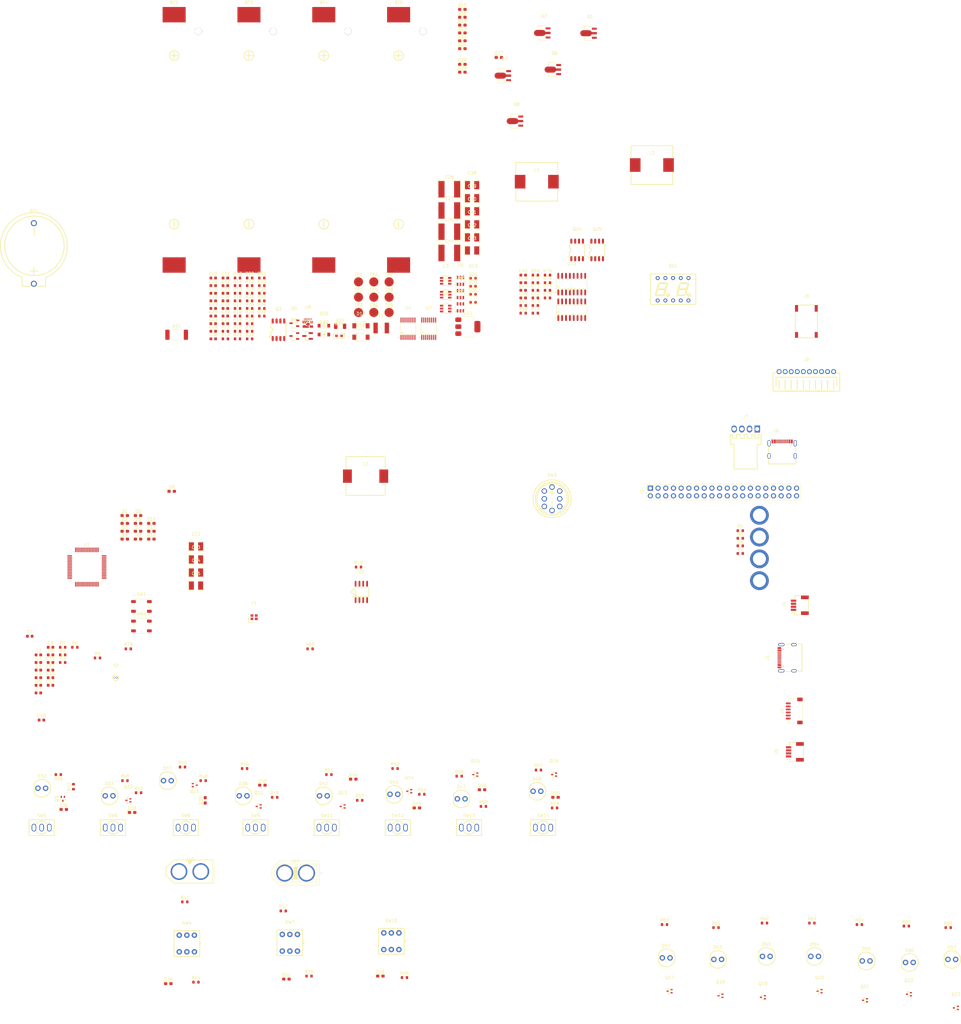
<source format=kicad_pcb>
(kicad_pcb (version 20241229) (generator "pcbnew") (generator_version "9.0")
  (layers (0 "F.Cu" signal) (4 "In1.Cu" power) (6 "In2.Cu" power) (2 "B.Cu" signal) (13 "F.Paste" user) (15 "B.Paste" user) (5 "F.SilkS" user "F.Silkscreen") (7 "B.SilkS" user "B.Silkscreen") (1 "F.Mask" user) (3 "B.Mask" user) (25 "Edge.Cuts" user))
  (net 0 "")
  (net 1 "GND")
  (net 2 "Net-(D5-A1)")
  (net 3 "/Power/VBAT")
  (net 4 "Net-(BT2--)")
  (net 5 "/Power/BAT-")
  (net 6 "Net-(BT4--)")
  (net 7 "Net-(U1-PH1)")
  (net 8 "Net-(U1-PC14)")
  (net 9 "Net-(U1-PH0)")
  (net 10 "Net-(U1-PC15)")
  (net 11 "Net-(U1-VCAP)")
  (net 12 "+3V3")
  (net 13 "+5V")
  (net 14 "/BOOT0")
  (net 15 "NRST")
  (net 16 "Net-(U4-VG)")
  (net 17 "/Power/VBUS")
  (net 18 "Net-(U4-COM1)")
  (net 19 "Net-(U5-VDD)")
  (net 20 "Net-(U6-VDD)")
  (net 21 "Net-(Q6-D)")
  (net 22 "Net-(C24-Pad1)")
  (net 23 "Net-(U4-COM3)")
  (net 24 "Net-(Q6-S)")
  (net 25 "/Power/VPWR")
  (net 26 "Net-(U9-EN)")
  (net 27 "Net-(U10-EN)")
  (net 28 "Net-(U8-BS)")
  (net 29 "Net-(U8-LX)")
  (net 30 "Net-(U8-VCC)")
  (net 31 "+3.3V")
  (net 32 "Net-(D30-K)")
  (net 33 "/USB_D_N")
  (net 34 "Net-(D2-A1)")
  (net 35 "VBUS")
  (net 36 "/SWCLK")
  (net 37 "/SWDIO")
  (net 38 "Net-(D13-A)")
  (net 39 "Net-(D13-K)")
  (net 40 "Net-(D14-A)")
  (net 41 "Net-(D14-K)")
  (net 42 "Net-(D15-A1)")
  (net 43 "Net-(D16-A1)")
  (net 44 "Net-(D17-A)")
  (net 45 "Net-(D17-K)")
  (net 46 "Net-(D19-A1)")
  (net 47 "Net-(D21-A)")
  (net 48 "Net-(D21-K)")
  (net 49 "FAN_PWM")
  (net 50 "Net-(D26-A)")
  (net 51 "Net-(D29-A1)")
  (net 52 "Net-(D30-A)")
  (net 53 "Net-(D31-A)")
  (net 54 "Net-(D32-K)")
  (net 55 "Net-(D32-A)")
  (net 56 "Net-(D33-K)")
  (net 57 "Net-(D33-A)")
  (net 58 "TGL0")
  (net 59 "TGL4")
  (net 60 "CMD_SEND")
  (net 61 "Net-(D37-K)")
  (net 62 "Net-(D37-A)")
  (net 63 "Net-(D38-A)")
  (net 64 "Net-(D38-K)")
  (net 65 "TGL1")
  (net 66 "TGL5")
  (net 67 "LAUNCH")
  (net 68 "Net-(D42-K)")
  (net 69 "Net-(D42-A)")
  (net 70 "Net-(D43-K)")
  (net 71 "Net-(D43-A)")
  (net 72 "TGL2")
  (net 73 "TGL6")
  (net 74 "AUX_BTN")
  (net 75 "Net-(D47-A)")
  (net 76 "Net-(D47-K)")
  (net 77 "Net-(D48-K)")
  (net 78 "Net-(D48-A)")
  (net 79 "TGL3")
  (net 80 "TGL7")
  (net 81 "Net-(D51-A)")
  (net 82 "Net-(D51-K)")
  (net 83 "Net-(D52-K)")
  (net 84 "Net-(D52-A)")
  (net 85 "Net-(D53-A)")
  (net 86 "Net-(D53-K)")
  (net 87 "Net-(D54-K)")
  (net 88 "Net-(D54-A)")
  (net 89 "Net-(D55-A)")
  (net 90 "Net-(D55-K)")
  (net 91 "Net-(D56-A)")
  (net 92 "Net-(D56-K)")
  (net 93 "Net-(D57-K)")
  (net 94 "Net-(D57-A)")
  (net 95 "Net-(DS1-B)")
  (net 96 "Net-(DS1-G)")
  (net 97 "Net-(DS1-DIG2)")
  (net 98 "Net-(DS1-F)")
  (net 99 "Net-(DS1-DIG1)")
  (net 100 "Net-(DS1-D)")
  (net 101 "Net-(DS1-C)")
  (net 102 "Net-(DS1-DP)")
  (net 103 "Net-(DS1-A)")
  (net 104 "Net-(DS1-E)")
  (net 105 "Net-(H1-Pad1)")
  (net 106 "Net-(H2-Pad1)")
  (net 107 "Net-(H3-Pad1)")
  (net 108 "Net-(H4-Pad1)")
  (net 109 "Net-(J1-CC2)")
  (net 112 "Net-(J1-CC1)")
  (net 113 "Net-(J2-Pin_1)")
  (net 144 "/CANH")
  (net 145 "/CANL")
  (net 146 "Net-(J4-Pad1)")
  (net 147 "Net-(J5-Pad1)")
  (net 156 "Net-(J8-Pad5)")
  (net 157 "Net-(U12-FB)")
  (net 158 "CMD_ARMD")
  (net 159 "LAUNCH_ARMD")
  (net 160 "Net-(U4-CSP)")
  (net 161 "Net-(Q1-D)")
  (net 162 "Net-(Q1-G)")
  (net 163 "Net-(Q2-G)")
  (net 164 "Net-(Q3-G)")
  (net 165 "Net-(Q4-D)")
  (net 166 "Net-(Q4-G)")
  (net 167 "Net-(Q5-G)")
  (net 168 "Net-(Q5-D)")
  (net 169 "Net-(Q7-G)")
  (net 170 "Net-(Q8-G)")
  (net 171 "TGL0_LED")
  (net 172 "TGL4_LED")
  (net 173 "TGL1_LED")
  (net 174 "TGL5_LED")
  (net 175 "TGL2_LED")
  (net 176 "TGL6_LED")
  (net 177 "TGL3_LED")
  (net 178 "TGL7_LED")
  (net 179 "LAUNCH_ARMD_LED")
  (net 180 "CON_STS_LPD")
  (net 181 "CMD_ARMD_LED")
  (net 182 "LAUNCHED_LED")
  (net 183 "FAULT_LED")
  (net 184 "AUX_LED")
  (net 185 "CON_STS_RKT")
  (net 186 "Net-(Q24-S-Pad1)")
  (net 187 "Net-(Q24-G)")
  (net 188 "Net-(Q25-S-Pad1)")
  (net 189 "Net-(Q25-G)")
  (net 190 "Net-(R13-Pad2)")
  (net 191 "Net-(R13-Pad1)")
  (net 192 "Net-(U4-TEMP)")
  (net 193 "Net-(U4-EOC)")
  (net 194 "Net-(U3-VDD)")
  (net 195 "Net-(U3-VC)")
  (net 196 "Net-(U4-COM2)")
  (net 197 "Net-(U7-SEL)")
  (net 198 "Net-(U8-EN)")
  (net 199 "Net-(U8-ILMT)")
  (net 200 "Net-(SW3-+)")
  (net 201 "Net-(U8-FB)")
  (net 202 "7SEG_DIG2")
  (net 203 "7SEG_DIG1")
  (net 204 "Net-(U13-QA)")
  (net 205 "Net-(U13-QB)")
  (net 206 "Net-(U13-QC)")
  (net 207 "Net-(U13-QD)")
  (net 208 "Net-(U13-QE)")
  (net 209 "Net-(U13-QF)")
  (net 210 "Net-(U13-QG)")
  (net 211 "Net-(U13-QH)")
  (net 213 "Net-(SW3--)")
  (net 223 "/USB_D_P")
  (net 226 "/CAN_TX")
  (net 230 "/CAN_RX")
  (net 232 "7SEG_DA")
  (net 233 "7SEG_STCLK")
  (net 234 "7SEG_SHCLK")
  (net 254 "Net-(U13-SER)")
  (footprint "Capacitor_SMD:C_0603_1608Metric" (layer "F.Cu") (at 184.525 4.66)
    (property "Reference" "C46")
    (property "Value" "2u2")
  )
  (footprint "Capacitor_SMD:C_0603_1608Metric" (layer "F.Cu") (at 86.215 5.615)
    (property "Reference" "C32")
    (property "Value" "100n")
  )
  (footprint "EasyEDA:CRYSTAL-SMD_4P-L2.0-W1.6-BL_HUAXIN_CN4" (layer "F.Cu") (at 95.7 115.05)
    (property "Reference" "Y1")
    (property "Value" "48MHz")
  )
  (footprint "EasyEDA:SMTSO25" (layer "F.Cu") (at 262.5 81.4)
    (property "Reference" "H1")
    (property "Value" "M2.5 12mm")
  )
  (footprint "EasyEDA:LED-TH_BD5.9-P2.54-RD_GREEN" (layer "F.Cu") (at 25.605 171.5)
    (property "Reference" "D32")
    (property "Value" "Green")
  )
  (footprint "Resistor_SMD:R_0603_1608Metric" (layer "F.Cu") (at 92.565 165)
    (property "Reference" "R46")
    (property "Value" "120")
  )
  (footprint "EasyEDA:SOT-416_L1.6-W0.8-P1.00-LS1.6-BR" (layer "F.Cu") (at 311.85 239.49)
    (property "Reference" "Q22")
    (property "Value" "NPN")
  )
  (footprint "Capacitor_SMD:C_0603_1608Metric" (layer "F.Cu") (at 24.49 135.02)
    (property "Reference" "C5")
    (property "Value" "4u7")
  )
  (footprint "Capacitor_SMD:C_0603_1608Metric" (layer "F.Cu") (at 86.215 10.635)
    (property "Reference" "C34")
    (property "Value" "100n")
  )
  (footprint "Resistor_SMD:R_0603_1608Metric" (layer "F.Cu") (at 36.065 171 90)
    (property "Reference" "R42")
    (property "Value" "10k")
  )
  (footprint "Diode_SMD:D_0603_1608Metric_Pad1.05x0.95mm_HandSolder" (layer "F.Cu") (at 195.19 174.5)
    (property "Reference" "D50")
    (property "Value" "0603ESDA-05N")
  )
  (footprint "Resistor_SMD:R_0603_1608Metric" (layer "F.Cu") (at 86.215 20.675)
    (property "Reference" "R11")
    (property "Value" "2k2")
  )
  (footprint "Capacitor_SMD:C_0603_1608Metric" (layer "F.Cu") (at 24.49 132.51)
    (property "Reference" "C4")
    (property "Value" "25p")
  )
  (footprint "Diode_SMD:D_0603_1608Metric_Pad1.05x0.95mm_HandSolder" (layer "F.Cu") (at 164.45 -80.375)
    (property "Reference" "D19")
    (property "Value" "0603ESDA-05N")
  )
  (footprint "Resistor_SMD:R_0603_1608Metric" (layer "F.Cu") (at 90.225 13.145)
    (property "Reference" "R17")
    (property "Value" "0")
  )
  (footprint "Diode_SMD:D_0603_1608Metric_Pad1.05x0.95mm_HandSolder" (layer "F.Cu") (at 149.44 178)
    (property "Reference" "D45")
    (property "Value" "0603ESDA-05N")
  )
  (footprint "EasyEDA:C2220" (layer "F.Cu") (at 160.135 -5.165)
    (property "Reference" "C44")
    (property "Value" "22u")
  )
  (footprint "Resistor_SMD:R_0603_1608Metric" (layer "F.Cu") (at 94.235 20.675)
    (property "Reference" "R30")
    (property "Value" "10k")
  )
  (footprint "Diode_SMD:D_0603_1608Metric_Pad1.05x0.95mm_HandSolder" (layer "F.Cu") (at 61.79 86.68)
    (property "Reference" "D11")
    (property "Value" "0603ESDA-05N")
  )
  (footprint "Capacitor_SMD:C_0603_1608Metric" (layer "F.Cu") (at 28.5 132.51)
    (property "Reference" "C11")
    (property "Value" "100n")
  )
  (footprint "Resistor_SMD:R_0603_1608Metric" (layer "F.Cu") (at 32.51 124.98)
    (property "Reference" "R1")
    (property "Value" "5k1")
  )
  (footprint "EasyEDA:SOT-416_L1.6-W0.8-P1.00-LS1.6-BR" (layer "F.Cu") (at 76.105 170.5 180)
    (property "Reference" "Q11")
    (property "Value" "NPN")
  )
  (footprint "EasyEDA:LED-TH_BD5.9-P2.54-RD_GREEN" (layer "F.Cu") (at 118.565 174)
    (property "Reference" "D42")
    (property "Value" "Green")
  )
  (footprint "Diode_SMD:D_0603_1608Metric_Pad1.05x0.95mm_HandSolder" (layer "F.Cu") (at 164.45 -85.555)
    (property "Reference" "D15")
    (property "Value" "0603ESDA-05N")
  )
  (footprint "Resistor_SMD:R_0603_1608Metric" (layer "F.Cu") (at 102.5 174.5)
    (property "Reference" "R49")
    (property "Value" "10k")
  )
  (footprint "EasyEDA:C2220" (layer "F.Cu") (at 160.135 -26.195)
    (property "Reference" "C26")
    (property "Value" "22u")
  )
  (footprint "Resistor_SMD:R_0603_1608Metric" (layer "F.Cu") (at 98.245 8.125)
    (property "Reference" "R34")
    (property "Value" "100k")
  )
  (footprint "EasyEDA:SOT-416_L1.6-W0.8-P1.00-LS1.6-BR" (layer "F.Cu") (at 97.215 177.5)
    (property "Reference" "Q12")
    (property "Value" "NPN")
  )
  (footprint "TestPoint:TestPoint_Pad_D3.0mm" (layer "F.Cu") (at 135.215 14.475)
    (property "Reference" "TP6")
    (property "Value" "TestPoint")
  )
  (footprint "EasyEDA:SOD-123FL_L2.8-W1.8-LS3.8-RD" (layer "F.Cu") (at 118.735 21.75)
    (property "Reference" "D30")
    (property "Value" "PSBD1DF40V2L")
  )
  (footprint "TestPoint:TestPoint_Pad_D3.0mm" (layer "F.Cu") (at 130.165 4.375)
    (property "Reference" "TP1")
    (property "Value" "TestPoint")
  )
  (footprint "EasyEDA:SW-TH_K6-6136D-L1-04" (layer "F.Cu") (at 194.04 75.96)
    (property "Reference" "SW3")
    (property "Value" "K6-6136D-L1-04")
  )
  (footprint "EasyEDA:SW-TH_3P-L8.3-W5.2-P2.54_ST-0-102-A01-T000" (layer "F.Cu") (at 49.105 184.5)
    (property "Reference" "SW6")
    (property "Value" "ST-0-102-A01-T000-LF+PJ")
  )
  (footprint "EasyEDA:SOT-23-6_L2.9-W1.6-P0.95-LS2.8-BL" (layer "F.Cu") (at 163.81 12.775)
    (property "Reference" "U12")
    (property "Value" "RY3730")
  )
  (footprint "Capacitor_SMD:C_0603_1608Metric" (layer "F.Cu") (at 24.49 137.53)
    (property "Reference" "C6")
    (property "Value" "100n")
  )
  (footprint "Resistor_SMD:R_0603_1608Metric" (layer "F.Cu") (at 130.175 98.5)
    (property "Reference" "R10")
    (property "Value" "120")
  )
  (footprint "EasyEDA:SOT-416_L1.6-W0.8-P1.00-LS1.6-BR" (layer "F.Cu") (at 232.85 238.49)
    (property "Reference" "Q17")
    (property "Value" "NPN")
  )
  (footprint "Resistor_SMD:R_0603_1608Metric" (layer "F.Cu") (at 90.225 23.185)
    (property "Reference" "R21")
    (property "Value" "390")
  )
  (footprint "Connector_JST:JST_SH_SM06B-SRSS-TB_1x06-1MP_P1.00mm_Horizontal" (layer "F.Cu") (at 274 146 90)
    (property "Reference" "J2")
    (property "Value" "JST SR")
  )
  (footprint "Capacitor_SMD:C_0603_1608Metric" (layer "F.Cu") (at 86.215 18.165)
    (property "Reference" "C37")
    (property "Value" "2u2")
  )
  (footprint "EasyEDA:SOT-89-3_L4.5-W2.5-P1.50-LS4.2-BR" (layer "F.Cu") (at 206.64 -77.69)
    (property "Reference" "Q1")
    (property "Value" "TM10N06SI")
  )
  (footprint "Resistor_SMD:R_0603_1608Metric" (layer "F.Cu") (at 98.245 3.105)
    (property "Reference" "R32")
    (property "Value" "100k")
  )
  (footprint "EasyEDA:C2220" (layer "F.Cu") (at 160.135 -12.175)
    (property "Reference" "C28")
    (property "Value" "22u")
  )
  (footprint "Diode_SMD:D_0603_1608Metric_Pad1.05x0.95mm_HandSolder" (layer "F.Cu") (at 164.45 -64.835)
    (property "Reference" "D29")
    (property "Value" "0603ESDA-05N")
  )
  (footprint "EasyEDA:C1210" (layer "F.Cu") (at 167.655 -18.925)
    (property "Reference" "C40")
    (property "Value" "22u")
  )
  (footprint "EasyEDA:C1210" (layer "F.Cu") (at 76.52 100.31)
    (property "Reference" "C14")
    (property "Value" "22u")
  )
  (footprint "EasyEDA:SOT-23-3_L3.0-W1.7-P0.95-LS2.9-BR" (layer "F.Cu") (at 108.98 22.245)
    (property "Reference" "Q5")
    (property "Value" "L2N7002SLLT1G")
  )
  (footprint "Resistor_SMD:R_0603_1608Metric" (layer "F.Cu") (at 94.235 13.145)
    (property "Reference" "R26")
    (property "Value" "10k")
  )
  (footprint "EasyEDA:C1210" (layer "F.Cu") (at 167.655 -10.305)
    (property "Reference" "C42")
    (property "Value" "22u")
  )
  (footprint "Button_Switch_SMD:SW_SPST_PTS647_Sx38" (layer "F.Cu") (at 58.5 111.5)
    (property "Reference" "SW1")
    (property "Value" "SW_SPST")
  )
  (footprint "Resistor_SMD:R_0603_1608Metric" (layer "F.Cu") (at 53.065 169)
    (property "Reference" "R40")
    (property "Value" "120")
  )
  (footprint "Resistor_SMD:R_0603_1608Metric" (layer "F.Cu") (at 324.825 217.5)
    (property "Reference" "R66")
    (property "Value" "120")
  )
  (footprint "Resistor_SMD:R_0603_1608Metric" (layer "F.Cu") (at 105.325 212)
    (property "Reference" "R47")
    (property "Value" "10k")
  )
  (footprint "EasyEDA:SW-TH_3P-L8.3-W5.2-P2.54_ST-0-102-A01-T000" (layer "F.Cu") (at 96.145 184.5)
    (property "Reference" "SW9")
    (property "Value" "ST-0-102-A01-T000-LF+PJ")
  )
  (footprint "Resistor_SMD:R_0603_1608Metric" (layer "F.Cu") (at 114.175 125.5)
    (property "Reference" "R80")
    (property "Value" "0")
  )
  (footprint "EasyEDA:SOT-416_L1.6-W0.8-P1.00-LS1.6-BR" (layer "F.Cu") (at 249.65 240)
    (property "Reference" "Q18")
    (property "Value" "NPN")
  )
  (footprint "EasyEDA:IND-SMD_L13.5-W12.8" (layer "F.Cu") (at 132.5 68.5)
    (property "Reference" "L2")
    (property "Value" "2u2")
  )
  (footprint "EasyEDA:SOT-23-6_L2.9-W1.6-P0.95-LS2.8-BR" (layer "F.Cu") (at 158.94 13.185)
    (property "Reference" "U6")
    (property "Value" "HY2213-BB3A")
  )
  (footprint "EasyEDA:SOT-23-6_L2.9-W1.6-P0.95-LS2.8-BL" (layer "F.Cu") (at 163.81 4.035)
    (property "Reference" "U9")
    (property "Value" "LM74700QDBVRQ1")
  )
  (footprint "Capacitor_SMD:C_0603_1608Metric" (layer "F.Cu") (at 24.49 140.04)
    (property "Reference" "C7")
    (property "Value" "100n")
  )
  (footprint "Resistor_SMD:R_0603_1608Metric" (layer "F.Cu") (at 76.5 235.5)
    (property "Reference" "R44")
    (property "Value" "10k")
  )
  (footprint "Button_Switch_SMD:SW_SPST_PTS647_Sx38" (layer "F.Cu") (at 58.5 117.95)
    (property "Reference" "SW2")
    (property "Value" "SW_SPST")
  )
  (footprint "Resistor_SMD:R_0603_1608Metric" (layer "F.Cu") (at 256.175 94.02)
    (property "Reference" "R7")
    (property "Value" "10k")
  )
  (footprint "EasyEDA:SOT-416_L1.6-W0.8-P1.00-LS1.6-BR" (layer "F.Cu") (at 32.565 175 90)
    (property "Reference" "Q9")
    (property "Value" "NPN")
  )
  (footprint "Package_TO_SOT_SMD:SOT-223-3_TabPin2" (layer "F.Cu") (at 166.265 19.16)
    (property "Reference" "U11")
    (property "Value" "AMS1117-3.3")
  )
  (footprint "Resistor_SMD:R_0603_1608Metric" (layer "F.Cu") (at 192.545 4.66)
    (property "Reference" "R76")
    (property "Value" "560")
  )
  (footprint "EasyEDA:SOIC-16_L9.9-W3.9-P1.27-LS6.0-BL" (layer "F.Cu") (at 200.56 13.57)
    (property "Reference" "U14")
    (property "Value" "74HC595")
  )
  (footprint "EasyEDA:SOT-23-3_L3.0-W1.7-P0.95-LS2.9-BR" (layer "F.Cu") (at 108.98 18.035)
    (property "Reference" "Q4")
    (property "Value" "L2N7002SLLT1G")
  )
  (footprint "EasyEDA:SOT-416_L1.6-W0.8-P1.00-LS1.6-BR" (layer "F.Cu") (at 54.215 175.5)
    (property "Reference" "Q10")
    (property "Value" "NPN")
  )
  (footprint "EasyEDA:SOD-128_L3.7-W2.5-LS4.7-RD" (layer "F.Cu") (at 130.965 18.875)
    (property "Reference" "D17")
    (property "Value" "PMEG3050EP")
  )
  (footprint "EasyEDA:SOIC-16_L9.9-W3.9-P1.27-LS6.0-BL" (layer "F.Cu") (at 200.56 5.12)
    (property "Reference" "U13")
    (property "Value" "74HC595")
  )
  (footprint "EasyEDA:SOT-416_L1.6-W0.8-P1.00-LS1.6-BR" (layer "F.Cu") (at 194.715 167)
    (property "Reference" "Q16")
    (property "Value" "NPN")
  )
  (footprint "Resistor_SMD:R_0603_1608Metric" (layer "F.Cu") (at 94.235 8.125)
    (property "Reference" "R24")
    (property "Value" "100")
  )
  (footprint "Capacitor_SMD:C_0603_1608Metric" (layer "F.Cu") (at 21.64 121.33)
    (property "Reference" "C1")
    (property "Value" "18p")
  )
  (footprint "Capacitor_SMD:C_0603_1608Metric" (layer "F.Cu") (at 184.525 9.68)
    (property "Reference" "C48")
    (property "Value" "2u2")
  )
  (footprint "EasyEDA:SW-TH_3P-L8.3-W5.2-P2.54_ST-0-102-A01-T000" (layer "F.Cu") (at 73.145 184.5)
    (property "Reference" "SW8")
    (property "Value" "ST-0-102-A01-T000-LF+PJ")
  )
  (footprint "EasyEDA:C1210" (layer "F.Cu") (at 76.52 96)
    (property "Reference" "C13")
    (property "Value" "22u")
  )
  (footprint "Resistor_SMD:R_0603_1608Metric" (layer "F.Cu") (at 90.225 15.655)
    (property "Reference" "R18")
    (property "Value" "1M")
  )
  (footprint "EasyEDA:SOT-89-3_L4.5-W2.5-P1.50-LS4.2-BR" (layer "F.Cu") (at 182.36 -48.69)
    (property "Reference" "Q8")
    (property "Value" "TM10N06SI")
  )
  (footprint "EasyEDA:SOT-416_L1.6-W0.8-P1.00-LS1.6-BR" (layer "F.Cu") (at 124.915 177.51)
    (property "Reference" "Q13")
    (property "Value" "NPN")
  )
  (footprint "EasyEDA:LED-SEG-TH_10P-L15.0-W10.0-P2.54-S7.40-BL" (layer "F.Cu") (at 234 6.81)
    (property "Reference" "DS1")
    (property "Value" "SN430281N")
  )
  (footprint "Resistor_SMD:R_0603_1608Metric" (layer "F.Cu") (at 94.235 23.185)
    (property "Reference" "R31")
    (property "Value" "560")
  )
  (footprint "EasyEDA:SOT-89-3_L4.5-W2.5-P1.50-LS4.2-BR" (layer "F.Cu") (at 191.36 -77.785)
    (property "Reference" "Q2")
    (property "Value" "TM10N06SI")
  )
  (footprint "TestPoint:TestPoint_Pad_D3.0mm" (layer "F.Cu") (at 135.215 4.375)
    (property "Reference" "TP4")
    (property "Value" "TestPoint")
  )
  (footprint "Resistor_SMD:R_0603_1608Metric" (layer "F.Cu") (at 36.52 124.98)
    (property "Reference" "R8")
    (property "Value" "10k")
  )
  (footprint "Diode_SMD:D_0603_1608Metric_Pad1.05x0.95mm_HandSolder" (layer "F.Cu") (at 67.375 236)
    (property "Reference" "D36")
    (property "Value" "0603ESDA-05N")
  )
  (footprint "Resistor_SMD:R_0603_1608Metric" (layer "F.Cu") (at 192.545 2.15)
    (property "Reference" "R75")
    (property "Value" "560")
  )
  (footprint "Resistor_SMD:R_0603_1608Metric" (layer "F.Cu") (at 188.535 4.66)
    (property "Reference" "R70")
    (property "Value" "560")
  )
  (footprint "Diode_SMD:D_0603_1608Metric_Pad1.05x0.95mm_HandSolder" (layer "F.Cu") (at 32.875 178.5)
    (property "Reference" "D34")
    (property "Value" "0603ESDA-05N")
  )
  (footprint "EasyEDA:LED-TH_BD5.9-P2.54-RD_GREEN" (layer "F.Cu") (at 264.77 227)
    (property "Reference" "D53")
    (property "Value" "Yellow")
  )
  (footprint "EasyEDA:SOT-416_L1.6-W0.8-P1.00-LS1.6-BR" (layer "F.Cu") (at 146.915 172.49)
    (property "Reference" "Q14")
    (property "Value" "NPN")
  )
  (footprint "Resistor_SMD:R_0603_1608Metric" (layer "F.Cu") (at 90.225 10.635)
    (property "Reference" "R16")
    (property "Value" "560")
  )
  (footprint "EasyEDA:LED-TH_BD5.9-P2.54-RD_GREEN" (layer "F.Cu") (at 231.73 227.5)
    (property "Reference" "D51")
    (property "Value" "Yellow")
  )
  (footprint "Capacitor_SMD:C_0603_1608Metric" (layer "F.Cu") (at 25.5 149)
    (property "Reference" "C18")
    (property "Value" "100p")
  )
  (footprint "Diode_SMD:D_0603_1608Metric_Pad1.05x0.95mm_HandSolder" (layer "F.Cu") (at 57.395 86.68)
    (property "Reference" "D7")
    (property "Value" "0603ESDA-05N")
  )
  (footprint "Diode_SMD:D_0603_1608Metric_Pad1.05x0.95mm_HandSolder" (layer "F.Cu") (at 164.45 -72.605)
    (property "Reference" "D24")
    (property "Value" "0603ESDA-05N")
  )
  (footprint "EasyEDA:SOIC-8_L5.0-W4.0-P1.27-LS6.0-BL" (layer "F.Cu") (at 131.1 106.71)
    (property "Reference" "U2")
    (property "Value" "SN65HVD232DR")
  )
  (footprint "EasyEDA:SW-TH_6P-L8.5-W8.5-P2.54-LS5.5" (layer "F.Cu") (at 73.5 222.75)
    (property "Reference" "SW4")
    (property "Value" "PB22E09071")
  )
  (footprint "EasyEDA:SOT-23-6_L2.9-W1.6-P0.95-LS2.8-BR" (layer "F.Cu") (at 158.94 4.025)
    (property "Reference" "U3")
    (property "Value" "FM7021DB")
  )
  (footprint "Resistor_SMD:R_0603_1608Metric" (layer "F.Cu") (at 145.325 234)
    (property "Reference" "R55")
    (property "Value" "10k")
  )
  (footprint "Resistor_SMD:R_0603_1608Metric" (layer "F.Cu") (at 295.5 216.5)
    (property "Reference" "R64")
    (property "Value" "220")
  )
  (footprint "EasyEDA:SOT-23-6_L2.9-W1.6-P0.95-LS2.8-BL" (layer "F.Cu") (at 163.81 8.405)
    (property "Reference" "U10")
    (property "Value" "LM74700QDBVRQ1")
  )
  (footprint "EasyEDA:LED0603-RD_RED" (layer "F.Cu") (at 167.985 5.835)
    (property "Reference" "D21")
    (property "Value" "Red")
  )
  (footprint "Capacitor_SMD:C_0603_1608Metric" (layer "F.Cu") (at 86.215 15.655)
    (property "Reference" "C36")
    (property "Value" "100n")
  )
  (footprint "Resistor_SMD:R_0603_1608Metric" (layer "F.Cu") (at 231.175 216.5)
    (property "Reference" "R60")
    (property "Value" "220")
  )
  (footprint "EasyEDA:SOT-416_L1.6-W0.8-P1.00-LS1.6-BR" (layer "F.Cu") (at 327.35 244.01)
    (property "Reference" "Q23")
    (property "Value" "NPN")
  )
  (footprint "Capacitor_SMD:C_0603_1608Metric" (layer "F.Cu") (at 184.525 7.17)
    (property "Reference" "C47")
    (property "Value" "100n")
  )
  (footprint "Diode_SMD:D_0603_1608Metric_Pad1.05x0.95mm_HandSolder" (layer "F.Cu") (at 176.5 -69.69)
    (property "Reference" "D27")
    (property "Value" "0603ESDA-05N")
  )
  (footprint "EasyEDA:TSSOP-16_L5.0-W4.4-P0.65-LS6.4-BL" (layer "F.Cu") (at 146.49 19.835)
    (property "Reference" "U4")
    (property "Value" "CN3702")
  )
  (footprint "Capacitor_SMD:C_0603_1608Metric" (layer "F.Cu") (at 28.5 130)
    (property "Reference" "C10")
    (property "Value" "100n")
  )
  (footprint "Resistor_SMD:R_0603_1608Metric" (layer "F.Cu") (at 188.535 7.17)
    (property "Reference" "R71")
    (property "Value" "560")
  )
  (footprint "Diode_SMD:D_0603_1608Metric_Pad1.05x0.95mm_HandSolder" (layer "F.Cu") (at 106.375 234.5)
    (property "Reference" "D41")
    (property "Value" "0603ESDA-05N")
  )
  (footprint "EasyEDA:LED-TH_BD5.9-P2.54-RD_GREEN" (layer "F.Cu") (at 67.065 169)
    (property "Reference" "D37")
    (property "Value" "Green")
  )
  (footprint "Diode_SMD:D_0603_1608Metric_Pad1.05x0.95mm_HandSolder" (layer "F.Cu") (at 53 86.68)
    (property "Reference" "D3")
    (property "Value" "0603ESDA-05N")
  )
  (footprint "EasyEDA:USB-C-SMD_G-SWITCH_GT-USB-7010ASV" (layer "F.Cu") (at 271.5 128.4325 90)
    (property "Reference" "J1")
    (property "Value" "GT-USB-7010ASV")
  )
  (footprint "Capacitor_SMD:C_0603_1608Metric" (layer "F.Cu") (at 184.525 2.15)
    (property "Reference" "C45")
    (property "Value" "100n")
  )
  (footprint "Resistor_SMD:R_0603_1608Metric" (layer "F.Cu") (at 94.235 3.105)
    (property "Reference" "R22")
    (property "Value" "390")
  )
  (footprint "Diode_SMD:D_0603_1608Metric_Pad1.05x0.95mm_HandSolder" (layer "F.Cu") (at 53 84.09)
    (property "Reference" "D2")
    (property "Value" "0603ESDA-05N")
  )
  (footprint "Diode_SMD:D_0603_1608Metric_Pad1.05x0.95mm_HandSolder" (layer "F.Cu") (at 98.44 170.5)
    (property "Reference" "D40")
    (property "Value" "0603ESDA-05N")
  )
  (footprint "EasyEDA:SMTSO25" (layer "F.Cu") (at 262.5 95.8)
    (property "Reference" "H3")
    (property "Value" "M2.5 12mm")
  )
  (footprint "EasyEDA:SW-TH_3P-L8.3-W5.2-P2.54_ST-0-102-A01-T000" (layer "F.Cu") (at 119.645 184.5)
    (property "Reference" "SW11")
    (property "Value" "ST-0-102-A01-T000-LF+PJ")
  )
  (footprint "EasyEDA:SOT-89-3_L4.5-W2.5-P1.50-LS4.2-BR" (layer "F.Cu") (at 194.86 -65.69)
    (property "Reference" "Q6")
    (property "Value" "TM10N06SI")
  )
  (footprint "EasyEDA:CONN-SMD_AFC10-S04QCA-00" (layer "F.Cu") (at 274 159.5 90)
    (property "Reference" "J5")
    (property "Value" "JST SH")
  )
  (footprint "EasyEDA:C1210" (layer "F.Cu") (at 167.655 -5.995)
    (property "Reference" "C43")
    (property "Value" "22u")
  )
  (footprint "Capacitor_SMD:C_0603_1608Metric" (layer "F.Cu") (at 82.205 10.635)
    (property "Reference" "C22")
    (property "Value" "100n")
  )
  (footprint "EasyEDA:LED-TH_BD5.9-P2.54-RD_GREEN" (layer "F.Cu") (at 189.065 172.5)
    (property "Reference" "D48")
    (property "Value" "Green")
  )
  (footprint "EasyEDA:C1210" (layer "F.Cu") (at 76.52 104.62)
    (property "Reference" "C15")
    (property "Value" "22u")
  )
  (footprint "EasyEDA:BATTERY-SMD_18650-1S-L77.1-W20.7-1" (layer "F.Cu") (at 143.4 -42.5)
    (property "Reference" "BT5")
    (property "Value" "BH-18650-B1BA002")
  )
  (footprint "Resistor_SMD:R_0603_1608Metric" (layer "F.Cu") (at 188.535 2.15)
    (property "Reference" "R69")
    (property "Value" "560")
  )
  (footprint "Capacitor_SMD:C_0603_1608Metric" (layer "F.Cu") (at 86.215 8.125)
    (property "Reference" "C33")
    (property "Value" "100n")
  )
  (footprint "EasyEDA:BATTERY-SMD_18650-1S-L77.1-W20.7-1" (layer "F.Cu") (at 118.7 -42.5)
    (property "Reference" "BT4")
    (property "Value" "BH-18650-B1BA002")
  )
  (footprint "Capacitor_SMD:C_0603_1608Metric" (layer "F.Cu") (at 82.205 8.125)
    (property "Reference" "C21")
    (property "Value" "100n")
  )
  (footprint "EasyEDA:CONN-TH_PHD2-4P-2.54" (layer "F.Cu") (at 257.9675 52.9325)
    (property "Reference" "J7")
    (property "Value" "A2543WR-4P-2")
  )
  (footprint "Package_QFP:LQFP-64_10x10mm_P0.5mm" (layer "F.Cu") (at 40.5 98.5)
    (property "Reference" "U1")
    (property "Value" "STM32U575RGTx")
  )
  (footprint "EasyEDA:CONN-TH_XT60PB-F.G.Y" (layer "F.Cu") (at 109.4 199.5)
    (property "Reference" "J11")
    (property "Value" "XT60PB-F.G.Y")
  )
  (footprint "Resistor_SMD:R_0603_1608Metric" (layer "F.Cu") (at 31.065 167 180)
    (property "Reference" "R39")
    (property "Value" "120")
  )
  (footprint "EasyEDA:C1210" (layer "F.Cu") (at 76.52 91.69)
    (property "Reference" "C12")
    (property "Value" "22u")
  )
  (footprint "EasyEDA:SOP-8_L5.0-W4.0-P1.27-LS6.2-BL" (layer "F.Cu") (at 208.935002 -6.165)
    (property "Reference" "Q25")
    (property "Value" "AO4459")
  )
  (footprint "Capacitor_SMD:C_0603_1608Metric" (layer "F.Cu") (at 86.215 13.145)
    (property "Reference" "C35")
    (property "Value" "100n")
  )
  (footprint "TestPoint:TestPoint_Pad_D3.0mm" (layer "F.Cu") (at 140.265 4.375)
    (property "Reference" "TP7")
    (property "Value" "TestPoint")
  )
  (footprint "EasyEDA:IND-SMD_FCH1350-220M" (layer "F.Cu") (at 189 -28.69)
    (property "Reference" "L1")
    (property "Value" "22u")
  )
  (footprint "Resistor_SMD:R_0603_1608Metric" (layer "F.Cu") (at 192.545 7.17)
    (property "Reference" "R77")
    (property "Value" "560")
  )
  (footprint "EasyEDA:SW-TH_3P-L8.3-W5.2-P2.54_ST-0-102-A01-T000" (layer "F.Cu") (at 191.065 184.5)
    (property "Reference" "SW14")
    (property "Value" "ST-0-102-A01-T000-LF+PJ")
  )
  (footprint "Capacitor_SMD:C_0603_1608Metric" (layer "F.Cu") (at 82.205 18.165)
    (property "Reference" "C25")
    (property "Value" "100n")
  )
  (footprint "EasyEDA:BATTERY-SMD_18650-1S-L77.1-W20.7-1" (layer "F.Cu") (at 94 -42.5)
    (property "Reference" "BT3")
    (property "Value" "BH-18650-B1BA002")
  )
  (footprint "Resistor_SMD:R_0603_1608Metric" (layer "F.Cu") (at 90.225 3.105)
    (property "Reference" "R13")
    (property "Value" "390")
  )
  (footprint "Resistor_SMD:R_0603_1608Metric" (layer "F.Cu") (at 32.51 130)
    (property "Reference" "R3")
    (property "Value" "120")
  )
  (footprint "Diode_SMD:D_0603_1608Metric_Pad1.05x0.95mm_HandSolder" (layer "F.Cu") (at 53 81.5)
    (property "Reference" "D1")
    (property "Value" "0603ESDA-05N")
  )
  (footprint "EasyEDA:LED-TH_BD5.9-P2.54-RD_GREEN" (layer "F.Cu") (at 326 228)
    (property "Reference" "D57")
    (property "Value" "Green")
  )
  (footprint "Resistor_SMD:R_0603_1608Metric" (layer "F.Cu") (at 184.525 12.19)
    (property "Reference" "R67")
    (property "Value" "100k")
  )
  (footprint "Capacitor_SMD:C_0603_1608Metric" (layer "F.Cu") (at 28.5 124.98)
    (property "Reference" "C8")
    (property "Value" "100n")
  )
  (footprint "Resistor_SMD:R_0603_1608Metric" (layer "F.Cu") (at 32.51 127.49)
    (property "Reference" "R2")
    (property "Value" "5k1")
  )
  (footprint "Diode_SMD:D_0603_1608Metric_Pad1.05x0.95mm_HandSolder" (layer "F.Cu") (at 137.375 233.5)
    (property "Reference" "D46")
    (property "Value" "0603ESDA-05N")
  )
  (footprint "Resistor_SMD:R_0603_1608Metric" (layer "F.Cu") (at 78.89 169)
    (property "Reference" "R48")
    (property "Value" "10k")
  )
  (footprint "EasyEDA:LED-TH_BD5.9-P2.54-RD_GREEN" (layer "F.Cu") (at 297.73 228.5)
    (property "Reference" "D55")
    (property "Value" "Red")
  )
  (footprint "EasyEDA:TO-236AB_L2.9-W1.3-P0.95-LS2.3-BR" (layer "F.Cu") (at 113.35 22.225)
    (property "Reference" "D20")
    (property "Value" "PESD2IVN24-TR")
  )
  (footprint "EasyEDA:LED-TH_BD5.9-P2.54-RD_GREEN" (layer "F.Cu") (at 47.835 174)
    (property "Reference" "D33")
    (property "Value" "Green")
  )
  (footprint "EasyEDA:SW-TH_6P-L8.5-W8.5-P2.54-LS5.5" (layer "F.Cu") (at 141 222)
    (property "Reference" "SW10")
    (property "Value" "PB22E09071")
  )
  (footprint "EasyEDA:CONN-TH_XT60PB-M" (layer "F.Cu") (at 74.5 199)
    (property "Reference" "J10")
    (property "Value" "XT60PB-M.G.Y")
  )
  (footprint "TestPoint:TestPoint_Pad_D3.0mm" (layer "F.Cu") (at 140.265 9.425)
    (property "Reference" "TP8")
    (property "Value" "TestPoint")
  )
  (footprint "Resistor_SMD:R_0603_1608Metric" (layer "F.Cu") (at 90.225 20.675)
    (property "Reference" "R20")
    (property "Value" "5k1")
  )
  (footprint "Resistor_SMD:R_0603_1608Metric" (layer "F.Cu") (at 86.215 23.185)
    (property "Reference" "R12")
    (property "Value" "390")
  )
  (footprint "Resistor_SMD:R_0603_1608Metric" (layer "F.Cu") (at 256.175 91.51)
    (property "Reference" "R6")
    (property "Value" "10k")
  )
  (footprint "Diode_SMD:D_0603_1608Metric_Pad1.05x0.95mm_HandSolder" (layer "F.Cu") (at 128.44 168.5)
    (property "Reference" "D44")
    (property "Value" "0603ESDA-05N")
  )
  (footprint "Resistor_SMD:R_0603_1608Metric" (layer "F.Cu") (at 248.175 217.5)
    (property "Reference" "R61")
    (property "Value" "120")
  )
  (footprint "EasyEDA:BATTERY-SMD_18650-1S-L77.1-W20.7-1" (layer "F.Cu") (at 69.3 -42.5)
    (property "Reference" "BT2")
    (property "Value" "BH-18650-B1BA002")
  )
  (footprint "Resistor_SMD:R_0603_1608Metric" (layer "F.Cu") (at 94.235 15.655)
    (property "Reference" "R28")
    (property "Value" "39")
  )
  (footprint "Resistor_SMD:R_0603_1608Metric" (layer "F.Cu") (at 130.565 175.5)
    (property "Reference" "R53")
    (property "Value" "10k")
  )
  (footprint "Resistor_SMD:R_0603_1608Metric" (layer "F.Cu") (at 188.535 12.19)
    (property "Reference" "R73")
    (property "Value" "560")
  )
  (footprint "Resistor_SMD:R_0603_1608Metric" (layer "F.Cu") (at 57.565 173)
    (property "Reference" "R43")
    (property "Value" "10k")
  )
  (footprint "Diode_SMD:D_0603_1608Metric_Pad1.05x0.95mm_HandSolder" (layer "F.Cu") (at 57.395 89.27)
    (property "Reference" "D8")
    (property "Value" "0603ESDA-05N")
  )
  (footprint "Capacitor_SMD:C_0603_1608Metric" (layer "F.Cu") (at 82.205 13.145)
    (property "Reference" "C23")
    (property "Value" "2u2")
  )
  (footprint "Capacitor_SMD:C_0603_1608Metric" (layer "F.Cu") (at 28.5 127.49)
    (property "Reference" "C9")
    (property "Value" "100n")
  )
  (footprint "Diode_SMD:D_0603_1608Metric_Pad1.05x0.95mm_HandSolder" (layer "F.Cu") (at 61.79 89.27)
    (property "Reference" "D12")
    (property "Value" "0603ESDA-05N")
  )
  (footprint "EasyEDA:OSC-TH_BD1.9-P0.70" (layer "F.Cu") (at 50 135)
    (property "Reference" "Y2")
    (property "Value" "32768Hz")
  )
  (footprint "Capacitor_SMD:C_0603_1608Metric" (layer "F.Cu") (at 86.215 3.105)
    (property "Reference" "C31")
    (property "Value" "2u2")
  )
  (footprint "EasyEDA:TSSOP-16_L5.0-W4.4-P0.65-LS6.4-BL" (layer "F.Cu") (at 153.345 19.835)
    (property "Reference" "U7")
    (property "Value" "IP2721")
  )
  (footprint "TestPoint:TestPoint_Pad_D3.0mm" (layer "F.Cu") (at 135.215 9.425)
    (property "Reference" "TP5")
    (property "Value" "TestPoint")
  )
  (footprint "Diode_SMD:D_0603_1608Metric_Pad1.05x0.95mm_HandSolder" (layer "F.Cu") (at 170.94 172)
    (property "Reference" "D49")
    (property "Value" "0603ESDA-05N")
  )
  (footprint "Diode_SMD:D_0603_1608Metric_Pad1.05x0.95mm_HandSolder" (layer "F.Cu") (at 55.44 179.5)
    (property "Reference" "D35")
    (property "Value" "0603ESDA-05N")
  )
  (footprint "TestPoint:TestPoint_Pad_D3.0mm" (layer "F.Cu") (at 130.165 9.425)
    (property "Reference" "TP2")
    (property "Value" "TestPoint")
  )
  (footprint "Resistor_SMD:R_0603_1608Metric" (layer "F.Cu") (at 90.225 5.615)
    (property "Reference" "R14")
    (property "Value" "10k")
  )
  (footprint "EasyEDA:CONN-TH_10P-P2.00_HCTL_PH-10AW" (layer "F.Cu") (at 278 34)
    (property "Reference" "J8")
    (property "Value" "XD-PH-10AW")
  )
  (footprint "EasyEDA:SOT-416_L1.6-W0.8-P1.00-LS1.6-BR" (layer "F.Cu") (at 168.715 167)
    (property "Reference" "Q15")
    (property "Value" "NPN")
  )
  (footprint "Capacitor_SMD:C_0603_1608Metric" (layer "F.Cu") (at 82.205 23.185)
    (property "Reference" "C30")
    (property "Value" "2u2")
  )
  (footprint "Resistor_SMD:R_0603_1608Metric" (layer "F.Cu") (at 120.39 167)
    (property "Reference" "R51")
    (property "Value" "120")
  )
  (footprint "EasyEDA:CONN-SMD_JS350-S02DCA-00" (layer "F.Cu") (at 278 17.5)
    (property "Reference" "J9")
    (property "Value" "JS350-S02DCA-00")
  )
  (footprint "Capacitor_SMD:C_0603_1608Metric" (layer "F.Cu") (at 28.5 137.53)
    (property "Reference" "C17")
    (property "Value" "100n")
  )
  (footprint "Resistor_SMD:R_0603_1608Metric" (layer "F.Cu") (at 279.825 216)
    (property "Reference" "R63")
    (property "Value" "120")
  )
  (footprint "Resistor_SMD:R_0603_1608Metric" (layer "F.Cu") (at 264.175 216)
    (property "Reference" "R62")
    (property "Value" "220")
  )
  (footprint "EasyEDA:SOP-8_L5.0-W4.0-P1.27-LS6.2-BL" (layer "F.Cu") (at 103.740001 20.18)
    (property "Reference" "Q3")
    (property "Value" "AO4459")
  )
  (footprint "Resistor_SMD:R_0603_1608Metric" (layer "F.Cu") (at 98.245 10.635)
    (property "Reference" "R35")
    (property "Value" "13k")
  )
  (footprint "Resistor_SMD:R_1206_3216Metric" (layer "F.Cu") (at 124.105 19.035)
    (property "Reference" "R37")
    (property "Value" "680m")
  )
  (footprint "EasyEDA:LED0603-RD_GREEN" (layer "F.Cu") (at 167.985 11.135)
    (property "Reference" "D31")
    (property "Value" "Green")
  )
  (footprint "Diode_SMD:D_0603_1608Metric_Pad1.05x0.95mm_HandSolder" (layer "F.Cu") (at 164.45 -75.195)
    (property "Reference" "D23")
    (property "Value" "0603ESDA-05N")
  )
  (footprint "EasyEDA:QFN-12_L3.0-W3.0-P0.45-TL-EP" (layer "F.Cu") (at 113.47 17.93)
    (property "Reference" "U8")
    (property "Value" "SY8368AQQC")
  )
  (footprint "EasyEDA:SW-TH_3P-L8.3-W5.2-P2.54_ST-0-102-A01-T000" (layer "F.Cu") (at 25.565 184.5)
    (property "Reference" "SW5")
    (property "Value" "ST-0-102-A01-T000-LF+PJ")
  )
  (footprint "Resistor_SMD:R_0603_1608Metric" (layer "F.Cu") (at 90.225 18.165)
    (property "Reference" "R19")
    (property "Value" "5k1")
  )
  (footprint "EasyEDA:SOD-123FL_L2.8-W1.8-LS3.8-RD" (layer "F.Cu") (at 118.735 18.835)
    (property "Reference" "D25")
    (property "Value" "PSBD1DF40V2L")
  )
  (footprint "Capacitor_SMD:C_0603_1608Metric" (layer "F.Cu") (at 24.49 130)
    (property "Reference" "C3")
    (property "Value" "18p")
  )
  (footprint "Resistor_SMD:R_0603_1608Metric" (layer "F.Cu") (at 256.175 86.49)
    (property "Reference" "R4")
    (property "Value" "10k")
  )
  (footprint "Diode_SMD:D_0603_1608Metric_Pad1.05x0.95mm_HandSolder" (layer "F.Cu") (at 68.5 73.5)
    (property "Reference" "D9")
    (property "Value" "0603ESDA-05N")
  )
  (footprint "Resistor_SMD:R_0603_1608Metric" (layer "F.Cu") (at 94.235 10.635)
    (property "Reference" "R25")
    (property "Value" "120")
  )
  (footprint "Resistor_SMD:R_0603_1608Metric" (layer "F.Cu") (at 44 128.5)
    (property "Reference" "R9")
    (property "Value" "10k")
  )
  (footprint "EasyEDA:SOT-23-6_L2.9-W1.6-P0.95-LS2.8-BR" (layer "F.Cu") (at 158.94 8.605)
    (property "Reference" "U5")
    (property "Value" "HY2213-BB3A")
  )
  (footprint "Resistor_SMD:R_0603_1608Metric" (layer "F.Cu") (at 188.535 9.68)
    (property "Reference" "R72")
    (property "Value" "560")
  )
  (footprint "EasyEDA:SOT-416_L1.6-W0.8-P1.00-LS1.6-BR" (layer "F.Cu") (at 282.35 238.49)
    (property "Reference" "Q20")
    (property "Value" "NPN")
  )
  (footprint "EasyEDA:LED0603-R-RD_AMBER" (layer "F.Cu") (at 123.735 22.175)
    (property "Reference" "D14")
    (property "Value" "Amber")
  )
  (footprint "EasyEDA:LED-TH_BD5.9-P2.54-RD_GREEN" (layer "F.Cu") (at 164.065 175)
    (property "Reference" "D47")
    (property "Value" "Green")
  )
  (footprint "EasyEDA:BAT-TH_BS-2-1" (layer "F.Cu") (at 23 -5)
    (property "Reference" "BT1")
    (property "Value" "CR2032")
  )
  (footprint "Diode_SMD:D_0603_1608Metric_Pad1.05x0.95mm_HandSolder" (layer "F.Cu") (at 57.395 81.5)
    (property "Reference" "D5")
    (property "Value" "0603ESDA-05N")
  )
  (footprint "Resistor_SMD:R_0603_1608Metric" (layer "F.Cu") (at 98.245 15.655)
    (property "Reference" "R38")
    (property "Value" "100")
  )
  (footprint "Resistor_SMD:R_0603_1608Metric" (layer "F.Cu") (at 171.39 177.5)
    (property "Reference" "R58")
    (property "Value" "10k")
  )
  (footprint "EasyEDA:CONN-SMD_AFC10-S04QCA-00" (layer "F.Cu") (at 275.63 111.11 90)
    (property "Reference" "J4")
    (property "Value" "JST SH")
  )
  (footprint "EasyEDA:SOT-416_L1.6-W0.8-P1.00-LS1.6-BR" (layer "F.Cu") (at 263.65 240.5)
    (property "Reference" "Q19")
    (property "Value" "NPN")
  )
  (footprint "EasyEDA:SW-TH_3P-L8.3-W5.2-P2.54_ST-0-102-A01-T000" (layer "F.Cu") (at 143.145 184.5)
    (property "Reference" "SW12")
    (property "Value" "ST-0-102-A01-T000-LF+PJ")
  )
  (footprint "Diode_SMD:D_0603_1608Metric_Pad1.05x0.95mm_HandSolder" (layer "F.Cu") (at 53 89.27)
    (property "Reference" "D4")
    (property "Value" "0603ESDA-05N")
  )
  (footprint "Resistor_SMD:R_0603_1608Metric" (layer "F.Cu") (at 90.225 8.125)
    (property "Reference" "R15")
    (property "Value" "560")
  )
  (footprint "Capacitor_SMD:C_0603_1608Metric" (layer "F.Cu") (at 82.205 15.655)
    (property "Reference" "C24")
    (property "Value" "220n")
  )
  (footprint "EasyEDA:SMTSO25" (layer "F.Cu") (at 262.5 88.6)
    (property "Reference" "H2")
    (property "Value" "M2.5 12mm")
  )
  (footprint "EasyEDA:LED-TH_BD5.9-P2.54-RD_GREEN" (layer "F.Cu") (at 248.73 228)
    (property "Reference" "D52")
    (property "Value" "Green")
  )
  (footprint "EasyEDA:C1210" (layer "F.Cu") (at 167.655 -14.615)
    (property "Reference" "C41")
    (property "Value" "22u")
  )
  (footprint "Resistor_SMD:R_0603_1608Metric" (layer "F.Cu") (at 192.545 9.68)
    (property "Reference" "R78")
    (property "Value" "560")
  )
  (footprint "Resistor_SMD:R_0603_1608Metric" (layer "F.Cu") (at 113.825 233.5)
    (property "Reference" "R50")
    (property "Value" "10k")
  )
  (footprint "EasyEDA:LED-TH_BD5.9-P2.54-RD_GREEN" (layer "F.Cu") (at 92.065 174)
    (property "Reference" "D38")
    (property "Value" "Green")
  )
  (footprint "Capacitor_SMD:C_0603_1608Metric" (layer "F.Cu") (at 28.5 135.02)
    (property "Reference" "C16")
    (property "Value" "100p")
  )
  (footprint "Resistor_SMD:R_0603_1608Metric" (layer "F.Cu") (at 151.065 173.5)
    (property "Reference" "R54")
    (property "Value" "10k")
  )
  (footprint "EasyEDA:SOT-89-3_L4.5-W2.5-P1.50-LS4.2-BR" (layer "F.Cu") (at 178.36 -63.69)
    (property "Reference" "Q7")
    (property "Value" "TM10N06SI")
  )
  (footprint "EasyEDA:SW-TH_3P-L8.3-W5.2-P2.54_ST-0-102-A01-T000" (layer "F.Cu") (at 166.645 184.5)
    (property "Reference" "SW13")
    (property "Value" "ST-0-102-A01-T000-LF+PJ")
  )
  (footprint "Capacitor_SMD:C_0603_1608Metric" (layer "F.Cu") (at 82.205 20.675)
    (property "Reference" "C29")
    (property "Value" "100n")
  )
  (footprint "TestPoint:TestPoint_Pad_D3.0mm" (layer "F.Cu") (at 140.265 14.475)
    (property "Reference" "TP9")
    (property "Value" "TestPoint")
  )
  (footprint "EasyEDA:LED-TH_BD5.9-P2.54-RD_GREEN" (layer "F.Cu") (at 280.73 227)
    (property "Reference" "D54")
    (property "Value" "Green")
  )
  (footprint "Resistor_SMD:R_0603_1608Metric" (layer "F.Cu") (at 94.235 5.615)
    (property "Reference" "R23")
    (property "Value" "100")
  )
  (footprint "Connector_PinSocket_2.54mm:PinSocket_2x20_P2.54mm_Vertical" (layer "F.Cu") (at 226.5 72.46 90)
    (property "Reference" "J3")
    (property "Value" "2x20F")
  )
  (footprint "EasyEDA:SOD-128_L3.7-W2.5-LS4.7-RD" (layer "F.Cu") (at 130.965 22.625)
    (property "Reference" "D18")
    (property "Value" "PMEG3050EP")
  )
  (footprint "Diode_SMD:D_0603_1608Metric_Pad1.05x0.95mm_HandSolder" (layer "F.Cu") (at 164.45 -82.965)
    (property "Reference" "D16")
    (property "Value" "0603ESDA-05N")
  )
  (footprint "TestPoint:TestPoint_Pad_D3.0mm" (layer "F.Cu") (at 130.165 14.475)
    (property "Reference" "TP3")
    (property "Value" "TestPoint")
  )
  (footprint "Resistor_SMD:R_0603_1608Metric" (layer "F.Cu") (at 194.89 178)
    (property "Reference" "R59")
    (property "Value" "10k")
  )
  (footprint "EasyEDA:C2220" (layer "F.Cu") (at 160.135 -19.185)
    (property "Reference" "C27")
    (property "Value" "22u")
  )
  (footprint "Resistor_SMD:R_0603_1608Metric" (layer "F.Cu") (at 142.24 165)
    (property "Reference" "R52")
    (property "Value" "120")
  )
  (footprint "EasyEDA:SW-TH_6P-L8.5-W8.5-P2.54-LS5.5" (layer "F.Cu") (at 107.5 222.5)
    (property "Reference" "SW7")
    (property "Value" "PB22E09071")
  )
  (footprint "EasyEDA:C1210" (layer "F.Cu") (at 167.655 -27.545)
    (property "Reference" "C38")
    (property "Value" "22u")
  )
  (footprint "EasyEDA:LED-TH_BD5.9-P2.54-RD_GREEN" (layer "F.Cu") (at 312 229)
    (property "Reference" "D56")
    (property "Value" "Yellow")
  )
  (footprint "Resistor_SMD:R_0603_1608Metric" (layer "F.Cu") (at 94.235 18.165)
    (property "Reference" "R29")
    (property "Value" "39")
  )
  (footprint "Resistor_SMD:R_0603_1608Metric" (layer "F.Cu") (at 98.245 13.145)
    (property "Reference" "R36")
    (property "Value" "390")
  )
  (footprint "Resistor_SMD:R_0603_1608Metric" (layer "F.Cu") (at 189.565 165.5)
    (property "Reference" "R57")
    (property "Value" "120")
  )
  (footprint "Capacitor_SMD:C_0603_1608Metric" (layer "F.Cu") (at 82.205 5.615)
    (property "Reference" "C20")
    (property "Value" "100n")
  )
  (footprint "Resistor_SMD:R_0603_1608Metric" (layer "F.Cu") (at 72.825 209)
    (property "Reference" "R41")
    (property "Value" "10k")
  )
  (footprint "EasyEDA:C1210" (layer "F.Cu") (at 167.655 -23.235)
    (property "Reference" "C39")
    (property "Value" "22u")
  )
  (footprint "Resistor_SMD:R_0603_1608Metric" (layer "F.Cu") (at 163.39 167.5)
    (property "Reference" "R56")
    (property "Value" "120")
  )
  (footprint "EasyEDA:SOT-416_L1.6-W0.8-P1.00-LS1.6-BR" (layer "F.Cu") (at 297.35 241.49)
    (property "Reference" "Q21")
    (property "Value" "NPN")
  )
  (footprint "Resistor_SMD:R_0603_1608Metric" (layer "F.Cu") (at 256.175 89)
    (property "Reference" "R5")
    (property "Value" "10k")
  )
  (footprint "EasyEDA:SOP-8_L5.0-W4.0-P1.27-LS6.2-BL" (layer "F.Cu") (at 202.320001 -6.165)
    (property "Reference" "Q24")
    (property "Value" "AO4459")
  )
  (footprint "Diode_SMD:D_0603_1608Metric_Pad1.05x0.95mm_HandSolder" (layer "F.Cu") (at 61.79 84.09)
    (property "Reference" "D10")
    (property "Value" "0603ESDA-05N")
  )
  (footprint "Capacitor_SMD:C_0603_1608Metric" (layer "F.Cu") (at 24.49 127.49)
    (property "Reference" "C2")
    (property "Value" "25p")
  )
  (footprint "EasyEDA:USB-C-SMD_G-SWITCH_GT-USB-7010ASV" (layer "F.Cu") (at 270 59.4325)
    (property "Reference" "J6")
    (property "Value" "GT-USB-7010ASV")
  )
  (footprint "Diode_SMD:D_0603_1608Metric_Pad1.05x0.95mm_HandSolder" (layer "F.Cu") (at 164.45 -77.785)
    (property "Reference" "D22")
    (property "Value" "0603ESDA-05N")
  )
  (footprint "Resistor_SMD:R_0603_1608Metric" (layer "F.Cu") (at 311 217)
    (property "Reference" "R65")
    (property "Value" "220")
  )
  (footprint "EasyEDA:LED0603-RD_GREEN" (layer "F.Cu") (at 167.985 8.485)
    (property "Reference" "D26")
    (property "Value" "Green")
  )
  (footprint "Resistor_SMD:R_0603_1608Metric" (layer "F.Cu") (at 54.175 125.5)
    (property "Reference" "R79")
    (property "Value" "0")
  )
  (footprint "EasyEDA:SMTSO25" (layer "F.Cu") (at 262.5 103)
    (property "Reference" "H4")
    (property "Value" "M2.5 12mm")
  )
  (footprint "Resistor_SMD:R_2512_6332Metric_Pad1.40x3.35mm_HandSolder" (layer "F.Cu") (at 70.135 21.825)
    (property "Reference" "R27")
    (property "Value" "68m")
  )
  (footprint "Resistor_SMD:R_0603_1608Metric" (layer "F.Cu") (at 184.525 14.7)
    (property "Reference" "R68")
    (property "Value" "100k")
  )
  (footprint "Resistor_SMD:R_0603_1608Metric" (layer "F.Cu") (at 98.245 5.615)
    (property "Reference" "R33")
    (property "Value" "390")
  )
  (footprint "Diode_SMD:D_0603_1608Metric_Pad1.05x0.95mm_HandSolder" (layer "F.Cu") (at 57.395 84.09)
    (property "Reference" "D6")
    (property "Value" "0603ESDA-05N")
  )
  (footprint "Diode_SMD:D_0603_1608Metric_Pad1.05x0.95mm_HandSolder" (layer "F.Cu") (at 79.565 175.5 90)
    (property "Reference" "D39")
    (property "Value" "0603ESDA-05N")
  )
  (footprint "Resistor_SMD:R_0603_1608Metric" (layer "F.Cu") (at 72.065 164.5)
    (property "Reference" "R45")
    (property "Value" "120")
  )
  (footprint "Diode_SMD:D_0603_1608Metric_Pad1.05x0.95mm_HandSolder" (layer "F.Cu") (at 164.45 -67.425)
    (property "Reference" "D28")
    (property "Value" "0603ESDA-05N")
  )
  (footprint "EasyEDA:F1812" (layer "F.Cu") (at 137.655 19.605)
    (property "Reference" "F1")
    (property "Value" "24V 3A Hold 5A Trip")
  )
  (footprint "EasyEDA:LED-TH_BD5.9-P2.54-RD_GREEN" (layer "F.Cu") (at 141.835 173.5)
    (property "Reference" "D43")
    (property "Value" "Green")
  )
  (footprint "Capacitor_SMD:C_0603_1608Metric" (layer "F.Cu") (at 82.205 3.105)
    (property "Reference" "C19")
    (property "Value" "100n")
  )
  (footprint "EasyEDA:IND-SMD_FCH1350-220M" (layer "F.Cu") (at 227 -34.19)
    (property "Reference" "L3")
    (property "Value" "22u")
  )
  (footprint "EasyEDA:LED0603-RD_GREEN" (layer "F.Cu") (at 167.985 3.185)
    (property "Reference" "D13")
    (property "Value" "Green")
  )
  (footprint "Resistor_SMD:R_0603_1608Metric" (layer "F.Cu") (at 188.535 14.7)
    (property "Reference" "R74")
    (property "Value" "560")
  )
)
</source>
